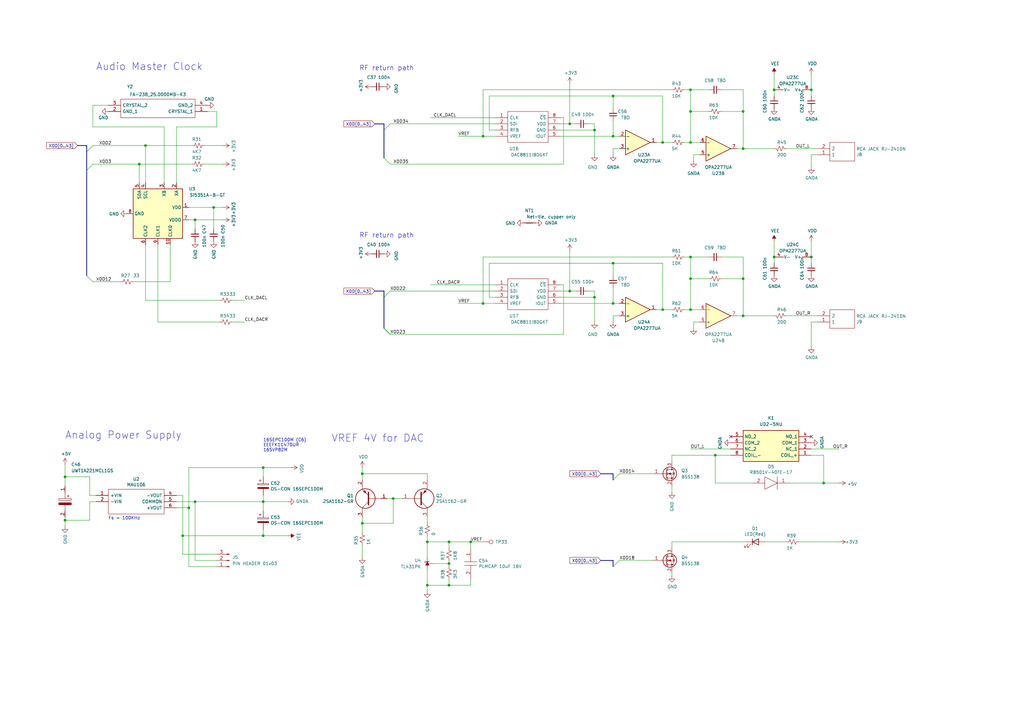
<source format=kicad_sch>
(kicad_sch (version 20230121) (generator eeschema)
  (paper "A3")
  (title_block (rev "2.0"))
  (junction (at 107.95 205.74))
  (junction (at 251.46 55.88))
  (junction (at 193.04 222.25))
  (junction (at 74.93 219.71))
  (junction (at 304.8 129.54))
  (junction (at 175.26 240.03))
  (junction (at 77.47 208.28))
  (junction (at 283.21 58.42))
  (junction (at 271.78 127))
  (junction (at 251.46 39.37))
  (junction (at 57.15 67.31))
  (junction (at 175.26 222.25))
  (junction (at 317.5 105.41))
  (junction (at 332.74 36.83))
  (junction (at 26.67 195.58))
  (junction (at 304.8 114.3))
  (junction (at 59.69 59.69))
  (junction (at 251.46 107.95))
  (junction (at 107.95 191.77))
  (junction (at 243.84 53.34))
  (junction (at 80.01 90.17))
  (junction (at 251.46 124.46))
  (junction (at 283.21 114.3))
  (junction (at 107.95 219.71))
  (junction (at 184.15 222.25))
  (junction (at 332.74 105.41))
  (junction (at 184.15 240.03))
  (junction (at 293.37 186.69))
  (junction (at 304.8 45.72))
  (junction (at 148.59 214.63))
  (junction (at 283.21 36.83))
  (junction (at 80.01 205.74))
  (junction (at 317.5 36.83))
  (junction (at 233.68 119.38))
  (junction (at 283.21 45.72))
  (junction (at 243.84 121.92))
  (junction (at 283.21 105.41))
  (junction (at 26.67 213.36))
  (junction (at 283.21 127))
  (junction (at 198.12 124.46))
  (junction (at 198.12 55.88))
  (junction (at 184.15 231.14))
  (junction (at 161.29 204.47))
  (junction (at 233.68 50.8))
  (junction (at 337.82 198.12))
  (junction (at 304.8 60.96))
  (junction (at 271.78 58.42))
  (junction (at 87.63 85.09))
  (junction (at 148.59 194.31))
  (no_connect (at 299.72 179.07))
  (no_connect (at 332.74 179.07))
  (bus_entry (at 160.02 67.31) (size -2.54 -2.54))
  (bus_entry (at 251.46 196.85) (size 2.54 -2.54))
  (bus_entry (at 35.56 69.85) (size 2.54 -2.54))
  (bus_entry (at 35.56 62.23) (size 2.54 -2.54))
  (bus_entry (at 160.02 137.16) (size -2.54 -2.54))
  (bus_entry (at 157.48 134.62) (size 2.54 2.54))
  (bus_entry (at 157.48 121.92) (size 2.54 -2.54))
  (bus_entry (at 160.02 50.8) (size -2.54 2.54))
  (bus_entry (at 254 229.87) (size -2.54 2.54))
  (bus_entry (at 35.56 113.03) (size 2.54 2.54))
  (wire (pts (xy 283.21 45.72) (xy 290.83 45.72)))
  (wire (pts (xy 332.74 105.41) (xy 332.74 107.95)))
  (wire (pts (xy 283.21 114.3) (xy 283.21 127)))
  (wire (pts (xy 251.46 49.53) (xy 251.46 55.88)))
  (wire (pts (xy 203.2 124.46) (xy 198.12 124.46)))
  (bus (pts (xy 251.46 229.87) (xy 246.38 229.87)))
  (wire (pts (xy 148.59 214.63) (xy 148.59 218.44)))
  (wire (pts (xy 233.68 119.38) (xy 236.22 119.38)))
  (wire (pts (xy 59.69 123.19) (xy 59.69 100.33)))
  (wire (pts (xy 203.2 53.34) (xy 200.66 53.34)))
  (wire (pts (xy 251.46 107.95) (xy 271.78 107.95)))
  (wire (pts (xy 332.74 30.48) (xy 332.74 36.83)))
  (bus (pts (xy 153.67 50.8) (xy 157.48 50.8)))
  (bus (pts (xy 157.48 50.8) (xy 157.48 53.34)))
  (wire (pts (xy 251.46 63.5) (xy 251.46 60.96)))
  (wire (pts (xy 57.15 67.31) (xy 57.15 74.93)))
  (wire (pts (xy 26.67 212.09) (xy 26.67 213.36)))
  (wire (pts (xy 284.48 132.08) (xy 287.02 132.08)))
  (wire (pts (xy 26.67 195.58) (xy 36.83 195.58)))
  (wire (pts (xy 107.95 209.55) (xy 107.95 205.74)))
  (wire (pts (xy 64.77 132.08) (xy 90.17 132.08)))
  (wire (pts (xy 91.44 67.31) (xy 83.82 67.31)))
  (wire (pts (xy 187.96 55.88) (xy 198.12 55.88)))
  (wire (pts (xy 317.5 30.48) (xy 317.5 36.83)))
  (bus (pts (xy 251.46 194.31) (xy 251.46 196.85)))
  (wire (pts (xy 91.44 59.69) (xy 83.82 59.69)))
  (wire (pts (xy 72.39 203.2) (xy 74.93 203.2)))
  (wire (pts (xy 332.74 186.69) (xy 337.82 186.69)))
  (wire (pts (xy 193.04 222.25) (xy 184.15 222.25)))
  (wire (pts (xy 283.21 36.83) (xy 283.21 45.72)))
  (wire (pts (xy 335.28 132.08) (xy 332.74 132.08)))
  (wire (pts (xy 95.25 123.19) (xy 100.33 123.19)))
  (wire (pts (xy 233.68 34.29) (xy 233.68 50.8)))
  (wire (pts (xy 107.95 191.77) (xy 119.38 191.77)))
  (wire (pts (xy 203.2 116.84) (xy 176.53 116.84)))
  (wire (pts (xy 175.26 212.09) (xy 175.26 214.63)))
  (wire (pts (xy 78.74 59.69) (xy 59.69 59.69)))
  (wire (pts (xy 175.26 219.71) (xy 175.26 222.25)))
  (wire (pts (xy 91.44 90.17) (xy 80.01 90.17)))
  (wire (pts (xy 241.3 119.38) (xy 243.84 119.38)))
  (wire (pts (xy 271.78 107.95) (xy 271.78 127)))
  (wire (pts (xy 233.68 102.87) (xy 233.68 119.38)))
  (wire (pts (xy 241.3 50.8) (xy 243.84 50.8)))
  (wire (pts (xy 323.85 198.12) (xy 337.82 198.12)))
  (wire (pts (xy 283.21 114.3) (xy 290.83 114.3)))
  (wire (pts (xy 200.66 53.34) (xy 200.66 39.37)))
  (bus (pts (xy 157.48 53.34) (xy 157.48 64.77)))
  (wire (pts (xy 184.15 222.25) (xy 175.26 222.25)))
  (wire (pts (xy 57.15 67.31) (xy 78.74 67.31)))
  (wire (pts (xy 254 194.31) (xy 267.97 194.31)))
  (wire (pts (xy 160.02 67.31) (xy 231.14 67.31)))
  (wire (pts (xy 317.5 99.06) (xy 317.5 105.41)))
  (wire (pts (xy 304.8 45.72) (xy 304.8 60.96)))
  (wire (pts (xy 161.29 204.47) (xy 161.29 214.63)))
  (wire (pts (xy 283.21 127) (xy 287.02 127)))
  (wire (pts (xy 299.72 184.15) (xy 283.21 184.15)))
  (wire (pts (xy 251.46 55.88) (xy 254 55.88)))
  (wire (pts (xy 251.46 107.95) (xy 251.46 113.03)))
  (wire (pts (xy 74.93 219.71) (xy 74.93 227.33)))
  (wire (pts (xy 184.15 231.14) (xy 184.15 232.41)))
  (wire (pts (xy 148.59 212.09) (xy 148.59 214.63)))
  (wire (pts (xy 77.47 232.41) (xy 88.9 232.41)))
  (wire (pts (xy 198.12 36.83) (xy 275.59 36.83)))
  (wire (pts (xy 304.8 60.96) (xy 317.5 60.96)))
  (wire (pts (xy 193.04 222.25) (xy 198.12 222.25)))
  (wire (pts (xy 243.84 121.92) (xy 243.84 132.08)))
  (wire (pts (xy 200.66 39.37) (xy 251.46 39.37)))
  (wire (pts (xy 304.8 45.72) (xy 295.91 45.72)))
  (wire (pts (xy 160.02 119.38) (xy 203.2 119.38)))
  (wire (pts (xy 229.87 121.92) (xy 243.84 121.92)))
  (wire (pts (xy 304.8 36.83) (xy 304.8 45.72)))
  (wire (pts (xy 26.67 213.36) (xy 26.67 215.9)))
  (wire (pts (xy 74.93 219.71) (xy 107.95 219.71)))
  (wire (pts (xy 332.74 99.06) (xy 332.74 105.41)))
  (wire (pts (xy 148.59 196.85) (xy 148.59 194.31)))
  (wire (pts (xy 335.28 129.54) (xy 322.58 129.54)))
  (wire (pts (xy 72.39 208.28) (xy 77.47 208.28)))
  (wire (pts (xy 77.47 208.28) (xy 77.47 232.41)))
  (bus (pts (xy 35.56 62.23) (xy 35.56 69.85)))
  (wire (pts (xy 184.15 231.14) (xy 177.8 231.14)))
  (wire (pts (xy 59.69 59.69) (xy 59.69 74.93)))
  (wire (pts (xy 229.87 48.26) (xy 231.14 48.26)))
  (wire (pts (xy 74.93 227.33) (xy 88.9 227.33)))
  (wire (pts (xy 304.8 114.3) (xy 304.8 129.54)))
  (wire (pts (xy 251.46 132.08) (xy 251.46 129.54)))
  (wire (pts (xy 275.59 236.22) (xy 275.59 234.95)))
  (wire (pts (xy 77.47 208.28) (xy 77.47 191.77)))
  (wire (pts (xy 38.1 43.18) (xy 38.1 52.07)))
  (wire (pts (xy 184.15 237.49) (xy 184.15 240.03)))
  (wire (pts (xy 107.95 205.74) (xy 107.95 203.2)))
  (wire (pts (xy 302.26 129.54) (xy 304.8 129.54)))
  (wire (pts (xy 251.46 39.37) (xy 251.46 44.45)))
  (wire (pts (xy 280.67 127) (xy 283.21 127)))
  (wire (pts (xy 38.1 43.18) (xy 44.45 43.18)))
  (wire (pts (xy 254 229.87) (xy 267.97 229.87)))
  (wire (pts (xy 87.63 93.98) (xy 87.63 85.09)))
  (wire (pts (xy 184.15 224.79) (xy 184.15 222.25)))
  (wire (pts (xy 107.95 219.71) (xy 107.95 217.17)))
  (wire (pts (xy 26.67 195.58) (xy 26.67 199.39)))
  (wire (pts (xy 161.29 204.47) (xy 165.1 204.47)))
  (wire (pts (xy 251.46 39.37) (xy 271.78 39.37)))
  (wire (pts (xy 295.91 36.83) (xy 304.8 36.83)))
  (wire (pts (xy 74.93 203.2) (xy 74.93 219.71)))
  (wire (pts (xy 229.87 124.46) (xy 251.46 124.46)))
  (wire (pts (xy 243.84 53.34) (xy 243.84 63.5)))
  (wire (pts (xy 275.59 222.25) (xy 306.07 222.25)))
  (wire (pts (xy 344.17 222.25) (xy 327.66 222.25)))
  (bus (pts (xy 157.48 119.38) (xy 153.67 119.38)))
  (wire (pts (xy 38.1 115.57) (xy 49.53 115.57)))
  (wire (pts (xy 107.95 219.71) (xy 118.11 219.71)))
  (wire (pts (xy 275.59 186.69) (xy 293.37 186.69)))
  (wire (pts (xy 80.01 90.17) (xy 80.01 93.98)))
  (wire (pts (xy 304.8 105.41) (xy 304.8 114.3)))
  (wire (pts (xy 80.01 229.87) (xy 80.01 205.74)))
  (wire (pts (xy 251.46 124.46) (xy 254 124.46)))
  (bus (pts (xy 35.56 69.85) (xy 35.56 113.03)))
  (wire (pts (xy 158.75 204.47) (xy 161.29 204.47)))
  (wire (pts (xy 88.9 45.72) (xy 88.9 52.07)))
  (wire (pts (xy 148.59 194.31) (xy 175.26 194.31)))
  (wire (pts (xy 88.9 229.87) (xy 80.01 229.87)))
  (wire (pts (xy 72.39 52.07) (xy 88.9 52.07)))
  (wire (pts (xy 231.14 116.84) (xy 231.14 137.16)))
  (wire (pts (xy 233.68 50.8) (xy 236.22 50.8)))
  (wire (pts (xy 26.67 213.36) (xy 36.83 213.36)))
  (wire (pts (xy 38.1 67.31) (xy 57.15 67.31)))
  (wire (pts (xy 284.48 134.62) (xy 284.48 132.08)))
  (wire (pts (xy 36.83 195.58) (xy 36.83 203.2)))
  (wire (pts (xy 280.67 36.83) (xy 283.21 36.83)))
  (wire (pts (xy 322.58 222.25) (xy 313.69 222.25)))
  (wire (pts (xy 176.53 48.26) (xy 203.2 48.26)))
  (wire (pts (xy 251.46 60.96) (xy 254 60.96)))
  (wire (pts (xy 198.12 124.46) (xy 198.12 105.41)))
  (wire (pts (xy 193.04 237.49) (xy 193.04 240.03)))
  (wire (pts (xy 107.95 205.74) (xy 118.11 205.74)))
  (wire (pts (xy 64.77 100.33) (xy 64.77 132.08)))
  (wire (pts (xy 160.02 137.16) (xy 231.14 137.16)))
  (wire (pts (xy 283.21 45.72) (xy 283.21 58.42)))
  (wire (pts (xy 332.74 132.08) (xy 332.74 142.24)))
  (wire (pts (xy 38.1 52.07) (xy 67.31 52.07)))
  (wire (pts (xy 175.26 240.03) (xy 175.26 242.57)))
  (wire (pts (xy 107.95 191.77) (xy 107.95 195.58)))
  (wire (pts (xy 175.26 240.03) (xy 184.15 240.03)))
  (wire (pts (xy 161.29 214.63) (xy 148.59 214.63)))
  (wire (pts (xy 229.87 55.88) (xy 251.46 55.88)))
  (wire (pts (xy 231.14 48.26) (xy 231.14 67.31)))
  (bus (pts (xy 251.46 229.87) (xy 251.46 232.41)))
  (wire (pts (xy 271.78 127) (xy 275.59 127)))
  (wire (pts (xy 243.84 53.34) (xy 243.84 50.8)))
  (wire (pts (xy 200.66 121.92) (xy 200.66 107.95)))
  (wire (pts (xy 87.63 85.09) (xy 77.47 85.09)))
  (wire (pts (xy 72.39 74.93) (xy 72.39 52.07)))
  (wire (pts (xy 200.66 121.92) (xy 203.2 121.92)))
  (wire (pts (xy 271.78 58.42) (xy 269.24 58.42)))
  (bus (pts (xy 31.75 59.69) (xy 35.56 59.69)))
  (wire (pts (xy 293.37 198.12) (xy 293.37 186.69)))
  (wire (pts (xy 295.91 105.41) (xy 304.8 105.41)))
  (wire (pts (xy 251.46 129.54) (xy 254 129.54)))
  (wire (pts (xy 69.85 100.33) (xy 69.85 115.57)))
  (wire (pts (xy 148.59 191.77) (xy 148.59 194.31)))
  (wire (pts (xy 280.67 105.41) (xy 283.21 105.41)))
  (wire (pts (xy 36.83 203.2) (xy 39.37 203.2)))
  (wire (pts (xy 332.74 36.83) (xy 332.74 39.37)))
  (wire (pts (xy 229.87 119.38) (xy 233.68 119.38)))
  (bus (pts (xy 157.48 121.92) (xy 157.48 134.62)))
  (wire (pts (xy 175.26 233.68) (xy 175.26 240.03)))
  (wire (pts (xy 67.31 52.07) (xy 67.31 74.93)))
  (wire (pts (xy 304.8 114.3) (xy 295.91 114.3)))
  (wire (pts (xy 198.12 105.41) (xy 275.59 105.41)))
  (wire (pts (xy 284.48 66.04) (xy 284.48 63.5)))
  (wire (pts (xy 283.21 105.41) (xy 283.21 114.3)))
  (wire (pts (xy 283.21 58.42) (xy 287.02 58.42)))
  (wire (pts (xy 290.83 105.41) (xy 283.21 105.41)))
  (wire (pts (xy 203.2 55.88) (xy 198.12 55.88)))
  (wire (pts (xy 271.78 39.37) (xy 271.78 58.42)))
  (wire (pts (xy 200.66 107.95) (xy 251.46 107.95)))
  (wire (pts (xy 193.04 240.03) (xy 184.15 240.03)))
  (wire (pts (xy 322.58 60.96) (xy 335.28 60.96)))
  (wire (pts (xy 184.15 229.87) (xy 184.15 231.14)))
  (wire (pts (xy 187.96 124.46) (xy 198.12 124.46)))
  (wire (pts (xy 36.83 205.74) (xy 36.83 213.36)))
  (wire (pts (xy 293.37 198.12) (xy 308.61 198.12)))
  (wire (pts (xy 271.78 58.42) (xy 275.59 58.42)))
  (wire (pts (xy 332.74 184.15) (xy 344.17 184.15)))
  (bus (pts (xy 35.56 59.69) (xy 35.56 62.23)))
  (wire (pts (xy 302.26 60.96) (xy 304.8 60.96)))
  (wire (pts (xy 91.44 85.09) (xy 87.63 85.09)))
  (wire (pts (xy 293.37 186.69) (xy 299.72 186.69)))
  (wire (pts (xy 229.87 50.8) (xy 233.68 50.8)))
  (wire (pts (xy 39.37 205.74) (xy 36.83 205.74)))
  (bus (pts (xy 251.46 194.31) (xy 246.38 194.31)))
  (wire (pts (xy 317.5 36.83) (xy 317.5 39.37)))
  (wire (pts (xy 280.67 58.42) (xy 283.21 58.42)))
  (wire (pts (xy 229.87 53.34) (xy 243.84 53.34)))
  (wire (pts (xy 335.28 63.5) (xy 332.74 63.5)))
  (wire (pts (xy 193.04 224.79) (xy 193.04 222.25)))
  (wire (pts (xy 243.84 121.92) (xy 243.84 119.38)))
  (wire (pts (xy 337.82 186.69) (xy 337.82 198.12)))
  (wire (pts (xy 175.26 222.25) (xy 175.26 228.6)))
  (wire (pts (xy 332.74 63.5) (xy 332.74 68.58)))
  (wire (pts (xy 85.09 45.72) (xy 88.9 45.72)))
  (wire (pts (xy 59.69 123.19) (xy 90.17 123.19)))
  (wire (pts (xy 95.25 132.08) (xy 100.33 132.08)))
  (wire (pts (xy 148.59 223.52) (xy 148.59 228.6)))
  (wire (pts (xy 344.17 198.12) (xy 337.82 198.12)))
  (wire (pts (xy 317.5 105.41) (xy 317.5 107.95)))
  (wire (pts (xy 77.47 90.17) (xy 80.01 90.17)))
  (wire (pts (xy 275.59 224.79) (xy 275.59 222.25)))
  (wire (pts (xy 251.46 118.11) (xy 251.46 124.46)))
  (wire (pts (xy 26.67 190.5) (xy 26.67 195.58)))
  (bus (pts (xy 157.48 119.38) (xy 157.48 121.92)))
  (wire (pts (xy 77.47 191.77) (xy 107.95 191.77)))
  (wire (pts (xy 175.26 194.31) (xy 175.26 196.85)))
  (wire (pts (xy 290.83 36.83) (xy 283.21 36.83)))
  (wire (pts (xy 38.1 59.69) (xy 59.69 59.69)))
  (wire (pts (xy 72.39 205.74) (xy 80.01 205.74)))
  (wire (pts (xy 275.59 186.69) (xy 275.59 189.23)))
  (wire (pts (xy 229.87 116.84) (xy 231.14 116.84)))
  (wire (pts (xy 54.61 115.57) (xy 69.85 115.57)))
  (wire (pts (xy 271.78 127) (xy 269.24 127)))
  (wire (pts (xy 80.01 205.74) (xy 107.95 205.74)))
  (wire (pts (xy 160.02 50.8) (xy 203.2 50.8)))
  (wire (pts (xy 275.59 199.39) (xy 275.59 201.93)))
  (wire (pts (xy 198.12 55.88) (xy 198.12 36.83)))
  (wire (pts (xy 304.8 129.54) (xy 317.5 129.54)))
  (wire (pts (xy 284.48 63.5) (xy 287.02 63.5)))
  (text "Fs = 100KHz" (at 44.45 213.36 0) (effects (font (size 1.27 1.27)) (justify left bottom)))
  (text "RF return path" (at 147.32 97.79 0) (effects (font (size 2 2)) (justify left bottom)))
  (text "VREF 4V for DAC" (at 135.89 181.61 0) (effects (font (size 2.9972 2.9972)) (justify left bottom)))
  (text "16SEPC100M (C6)\nEEEFK1C470UR\n16SVP82M\n" (at 107.95 185.42 0) (effects (font (size 1.27 1.27)) (justify left bottom)))
  (text "Analog Power Supply" (at 26.67 180.34 0) (effects (font (size 2.9972 2.9972)) (justify left bottom)))
  (text "Audio Master Clock" (at 39.37 29.21 0) (effects (font (size 2.9972 2.9972)) (justify left bottom)))
  (text "RF return path" (at 147.32 29.21 0) (effects (font (size 2 2)) (justify left bottom)))
  (label "X0D3" (at 45.72 67.31 180))
  (label "VREF" (at 193.04 222.25 0))
  (label "OUT_R" (at 341.63 184.15 0))
  (label "X0D14" (at 254 194.31 0))
  (label "OUT_L" (at 283.21 184.15 0))
  (label "X0D23" (at 160.02 137.16 0))
  (label "VREF" (at 187.96 124.46 0))
  (label "X0D12" (at 39.37 115.57 0))
  (label "X0D18" (at 260.35 229.87 180))
  (label "CLK_DACL" (at 177.8 48.26 0))
  (label "CLK_DACR" (at 100.33 132.08 0))
  (label "OUT_L" (at 326.39 60.96 0))
  (label "X0D35" (at 161.29 67.31 0))
  (label "X0D2" (at 45.72 59.69 180))
  (label "OUT_R" (at 326.39 129.54 0))
  (label "CLK_DACR" (at 179.07 116.84 0))
  (label "VREF" (at 187.96 55.88 0))
  (label "CLK_DACL" (at 100.33 123.19 0))
  (label "X0D34" (at 161.29 50.8 0))
  (label "X0D22" (at 160.02 119.38 0))
  (global_label "X0D[0..43]" (shape input) (at 153.67 119.38 180) (property "Intersheetrefs" "${INTERSHEET_REFS}" (effects hide)))
  (global_label "X0D[0..43]" (shape input) (at 246.38 229.87 180) (property "Intersheetrefs" "${INTERSHEET_REFS}" (effects hide)))
  (global_label "X0D[0..43]" (shape input) (at 153.67 50.8 180) (property "Intersheetrefs" "${INTERSHEET_REFS}" (effects hide)))
  (global_label "X0D[0..43]" (shape input) (at 246.38 194.31 180) (property "Intersheetrefs" "${INTERSHEET_REFS}" (effects hide)))
  (global_label "X0D[0..43]" (shape input) (at 31.75 59.69 180) (property "Intersheetrefs" "${INTERSHEET_REFS}" (effects hide)))
  (symbol (lib_id "Device:C_Small") (at 238.76 50.8 270) (unit 1)
    (property "Reference" "C49" (at 236.22 46.99 90))
    (property "Value" "100n" (at 241.3 46.99 90))
    (property "Footprint" "Capacitor_SMD:C_0603_1608Metric_Pad1.08x0.95mm_HandSolder" (effects hide))
  )
  (symbol (lib_id "power:+3V3") (at 233.68 34.29 0) (unit 1)
    (property "Reference" "#PWR0141" (effects hide))
    (property "Value" "+3V3" (at 234.061 29.8958 0))
  )
  (symbol (lib_id "power:GND") (at 243.84 63.5 0) (unit 1)
    (property "Reference" "#PWR0145" (effects hide))
    (property "Value" "GND" (at 245.11 68.58 0) (effects (justify right)))
  )
  (symbol (lib_id "power:GND") (at 52.07 87.63 270) (unit 1)
    (property "Reference" "#PWR0110" (effects hide))
    (property "Value" "GND" (at 48.8188 87.757 90) (effects (justify right)))
  )
  (symbol (lib_id "Device:C_Small") (at 80.01 96.52 180) (unit 1)
    (property "Reference" "C47" (at 83.82 93.98 90))
    (property "Value" "100n" (at 83.82 99.06 90))
    (property "Footprint" "Capacitor_SMD:C_0603_1608Metric_Pad1.08x0.95mm_HandSolder" (effects hide))
  )
  (symbol (lib_id "power:GND") (at 80.01 99.06 0) (unit 1)
    (property "Reference" "#PWR0111" (effects hide))
    (property "Value" "GND" (at 80.137 102.3112 90) (effects (justify right)))
  )
  (symbol (lib_id "power:+3V3") (at 91.44 85.09 270) (unit 1)
    (property "Reference" "#PWR0112" (effects hide))
    (property "Value" "+3V3" (at 95.8342 85.471 0))
  )
  (symbol (lib_id "power:+3V3") (at 91.44 90.17 270) (unit 1)
    (property "Reference" "#PWR0113" (effects hide))
    (property "Value" "+3V3" (at 95.8342 90.551 0))
  )
  (symbol (lib_id "Device:R_Small_US") (at 81.28 59.69 270) (unit 1)
    (property "Reference" "R31" (at 78.74 57.15 90) (effects (justify left)))
    (property "Value" "4K7" (at 78.74 62.23 90) (effects (justify left)))
    (property "Footprint" "Resistor_SMD:R_0603_1608Metric_Pad0.98x0.95mm_HandSolder" (effects hide))
  )
  (symbol (lib_id "Device:R_Small_US") (at 81.28 67.31 270) (unit 1)
    (property "Reference" "R32" (at 78.74 64.77 90) (effects (justify left)))
    (property "Value" "4K7" (at 78.74 69.85 90) (effects (justify left)))
    (property "Footprint" "Resistor_SMD:R_0603_1608Metric_Pad0.98x0.95mm_HandSolder" (effects hide))
  )
  (symbol (lib_id "power:GND") (at 85.09 43.18 90) (unit 1)
    (property "Reference" "#PWR0114" (effects hide))
    (property "Value" "GND" (at 83.82 40.64 90) (effects (justify right)))
  )
  (symbol (lib_id "Device:C_Small") (at 87.63 96.52 180) (unit 1)
    (property "Reference" "C50" (at 91.44 93.98 90))
    (property "Value" "100n" (at 91.44 99.06 90))
    (property "Footprint" "Capacitor_SMD:C_0603_1608Metric_Pad1.08x0.95mm_HandSolder" (effects hide))
  )
  (symbol (lib_id "power:+3V3") (at 91.44 59.69 270) (unit 1)
    (property "Reference" "#PWR0115" (effects hide))
    (property "Value" "+3V3" (at 95.8342 60.071 0))
  )
  (symbol (lib_id "power:+3V3") (at 91.44 67.31 270) (unit 1)
    (property "Reference" "#PWR0116" (effects hide))
    (property "Value" "+3V3" (at 95.8342 67.691 0))
  )
  (symbol (lib_id "power:GNDA") (at 332.74 68.58 0) (unit 1)
    (property "Reference" "#PWR0156" (effects hide))
    (property "Value" "GNDA" (at 332.867 72.9742 0))
  )
  (symbol (lib_id "power:GNDA") (at 219.71 91.44 90) (unit 1)
    (property "Reference" "#PWR0159" (effects hide))
    (property "Value" "GNDA" (at 226.06 91.44 90))
  )
  (symbol (lib_id "power:GND") (at 214.63 91.44 270) (unit 1)
    (property "Reference" "#PWR0160" (effects hide))
    (property "Value" "GND" (at 211.3788 91.567 90) (effects (justify right)))
  )
  (symbol (lib_id "xSSDAC:RB501V-40TE-17") (at 323.85 198.12 180) (unit 1)
    (property "Reference" "D5" (at 316.23 191.389 0))
    (property "Value" "RB501V-40TE-17" (at 316.23 193.7004 0))
    (property "Footprint" "pretty:SODFL2512X90N" (effects hide))
    (property "Datasheet" "http://rohmfs.rohm.com/en/products/databook/datasheet/discrete/diode/schottky_barrier/rb501vm-40te-17-e.pdf" (effects hide))
    (property "Description" "RB501V-40 Series 45 V 30 uA Surface Mount Schottky Barrier Diode - SOD-323" (effects hide))
    (property "Height" "0.9" (effects hide))
    (property "Manufacturer_Name" "ROHM Semiconductor" (effects hide))
    (property "Manufacturer_Part_Number" "RB501V-40TE-17" (effects hide))
    (property "Mouser Part Number" "755-RB501V-40TE-17" (effects hide))
    (property "Mouser Price/Stock" "https://www.mouser.com/Search/Refine.aspx?Keyword=755-RB501V-40TE-17" (effects hide))
    (property "RS Part Number" "6404666" (effects hide))
    (property "RS Price/Stock" "http://uk.rs-online.com/web/p/products/6404666" (effects hide))
  )
  (symbol (lib_id "power:GNDA") (at 332.74 181.61 90) (unit 1)
    (property "Reference" "#PWR0130" (effects hide))
    (property "Value" "GNDA" (at 337.1342 181.483 0))
  )
  (symbol (lib_id "power:GNDA") (at 299.72 181.61 270) (unit 1)
    (property "Reference" "#PWR0131" (effects hide))
    (property "Value" "GNDA" (at 295.3258 181.737 0))
  )
  (symbol (lib_id "power:+5V") (at 344.17 198.12 270) (unit 1)
    (property "Reference" "#PWR0132" (effects hide))
    (property "Value" "+5V" (at 347.4212 198.501 90) (effects (justify left)))
  )
  (symbol (lib_id "xSSDAC:FA-238_25.0000MB-K3-FA-238_25.0000MB-K3") (at 85.09 43.18 0) (mirror y) (unit 1)
    (property "Reference" "Y2" (at 53.34 35.56 0))
    (property "Value" "FA-238_25.0000MB-K3" (at 64.77 38.7604 0))
    (property "Footprint" "pretty:EPSON-FA-238" (effects hide))
    (property "Datasheet" "https://componentsearchengine.com/Datasheets/1/FA-238 25.0000MB-K3.pdf" (effects hide))
    (property "Description" "Crystals 25MHz 50ppm 10pF -20C +70C" (effects hide))
    (property "Manufacturer_Name" "Epson Timing" (effects hide))
    (property "Manufacturer_Part_Number" "FA-238 25.0000MB-K3" (effects hide))
    (property "Mouser Part Number" "732-FA238-25B-K3" (effects hide))
    (property "Mouser Price/Stock" "https://www.mouser.com/Search/Refine.aspx?Keyword=732-FA238-25B-K3" (effects hide))
  )
  (symbol (lib_id "Oscillator:Si5351A-B-GT") (at 64.77 87.63 270) (unit 1)
    (property "Reference" "U3" (at 78.74 77.47 90))
    (property "Value" "Si5351A-B-GT" (at 85.09 80.01 90))
    (property "Footprint" "pretty:SOP50P490X110-10N" (effects hide))
    (property "Datasheet" "https://www.silabs.com/documents/public/data-sheets/Si5351-B.pdf" (effects hide))
    (property "Manufacturer_Name" "Silicon Laboratories " (effects hide))
    (property "Manufacturer_Part_Number" "Si5351A-B-GT" (effects hide))
  )
  (symbol (lib_id "power:GND") (at 44.45 45.72 270) (unit 1)
    (property "Reference" "#PWR0108" (effects hide))
    (property "Value" "GND" (at 44.45 48.26 90) (effects (justify right)))
  )
  (symbol (lib_id "power:GND") (at 87.63 99.06 0) (unit 1)
    (property "Reference" "#PWR0109" (effects hide))
    (property "Value" "GND" (at 87.757 102.3112 90) (effects (justify right)))
  )
  (symbol (lib_id "xSSDAC-rescue:RJ-2410N-SamacSys_Parts") (at 335.28 63.5 0) (mirror x) (unit 1)
    (property "Reference" "J8" (at 351.2312 63.3984 0) (effects (justify left)))
    (property "Value" "RCA JACK RJ-2410N" (at 351.2312 61.087 0) (effects (justify left)))
    (property "Footprint" "pretty:RJ2410N" (effects hide))
    (property "Datasheet" "http://akizukidenshi.com/download/RJ-2410N_R.pdf" (effects hide))
    (property "Description" "RCA Jack-P>C>B Mount, Red" (effects hide))
    (property "Height" "13.2" (effects hide))
    (property "Manufacturer_Name" "United Au-Vi" (effects hide))
    (property "Manufacturer_Part_Number" "RJ-2410N" (effects hide))
  )
  (symbol (lib_id "power:GNDA") (at 332.74 142.24 0) (unit 1)
    (property "Reference" "#PWR0155" (effects hide))
    (property "Value" "GNDA" (at 332.867 146.6342 0))
  )
  (symbol (lib_id "xSSDAC-rescue:RJ-2410N-SamacSys_Parts") (at 335.28 132.08 0) (mirror x) (unit 1)
    (property "Reference" "J9" (at 351.2312 131.9784 0) (effects (justify left)))
    (property "Value" "RCA JACK RJ-2410N" (at 351.2312 129.667 0) (effects (justify left)))
    (property "Footprint" "pretty:RJ2410N" (effects hide))
    (property "Datasheet" "http://akizukidenshi.com/download/RJ-2410N_R.pdf" (effects hide))
    (property "Description" "RCA Jack-P>C>B Mount, Red" (effects hide))
    (property "Height" "13.2" (effects hide))
    (property "Manufacturer_Name" "United Au-Vi" (effects hide))
    (property "Manufacturer_Part_Number" "RJ-2410N" (effects hide))
  )
  (symbol (lib_id "xSSDAC:UWT1A221MCL1GS-UWT1A221MCL1GS") (at 26.67 199.39 270) (unit 1)
    (property "Reference" "C46" (at 29.21 190.5 90) (effects (justify left)))
    (property "Value" "UWT1A221MCL1GS" (at 29.21 193.04 90) (effects (justify left)))
    (property "Footprint" "Capacitors_SMD:CP_Elec_6.3x7.7" (effects hide))
    (property "Datasheet" "http://products.nichicon.co.jp/en/pdf/XJA043/e-wt.pdf" (effects hide))
    (property "Description" "NICHICON - UWT1A221MCL1GS - ALUMINUM ELECTROLYTIC CAPACITOR 220UF 10V 20%, SMD" (effects hide))
    (property "Manufacturer_Name" "Nichicon" (effects hide))
    (property "Manufacturer_Part_Number" "UWT1A221MCL1GS" (effects hide))
    (property "Mouser Part Number" "647-UWT1A221MCL1GS" (effects hide))
    (property "Mouser Price/Stock" "https://www.mouser.com/Search/Refine.aspx?Keyword=647-UWT1A221MCL1GS" (effects hide))
  )
  (symbol (lib_id "xSSDAC-rescue:CP-Device") (at 107.95 199.39 0) (unit 1)
    (property "Reference" "C52" (at 110.9472 198.2216 0) (effects (justify left)))
    (property "Value" "OS-CON 16SEPC100M" (at 110.9472 200.533 0) (effects (justify left)))
    (property "Footprint" "Capacitors_THT:CP_Radial_D6.3mm_P2.50mm" (effects hide))
    (property "Datasheet" "https://industrial.panasonic.com/cdbs/www-data/pdf/AAB8000/AAB8000C249.pdf" (effects hide))
    (property "Akizuki Price/Stock" "https://akizukidenshi.com/catalog/g/gP-08290/" (effects hide))
    (property "Manufacturer_Name" "Panasonic" (effects hide))
    (property "Manufacturer_Part_Number" "OS-CON 16SEPC100M" (effects hide))
  )
  (symbol (lib_id "xSSDAC-rescue:CP-Device") (at 107.95 213.36 0) (unit 1)
    (property "Reference" "C53" (at 110.9472 212.1916 0) (effects (justify left)))
    (property "Value" "OS-CON 16SEPC100M" (at 110.9472 214.503 0) (effects (justify left)))
    (property "Footprint" "Capacitors_THT:CP_Radial_D6.3mm_P2.50mm" (effects hide))
    (property "Datasheet" "https://industrial.panasonic.com/cdbs/www-data/pdf/AAB8000/AAB8000C249.pdf" (effects hide))
    (property "Akizuki Price/Stock" "https://akizukidenshi.com/catalog/g/gP-08290/" (effects hide))
    (property "Manufacturer_Name" "Panasonic" (effects hide))
    (property "Manufacturer_Part_Number" "OS-CON 16SEPC100M" (effects hide))
  )
  (symbol (lib_id "power:+5V") (at 26.67 190.5 0) (unit 1)
    (property "Reference" "#PWR0117" (effects hide))
    (property "Value" "+5V" (at 27.051 186.1058 0))
  )
  (symbol (lib_id "power:GND") (at 26.67 215.9 0) (unit 1)
    (property "Reference" "#PWR0118" (effects hide))
    (property "Value" "GND" (at 26.797 219.1512 90) (effects (justify right)))
  )
  (symbol (lib_id "power:GNDA") (at 118.11 205.74 90) (unit 1)
    (property "Reference" "#PWR0119" (effects hide))
    (property "Value" "GNDA" (at 121.3612 205.613 90) (effects (justify right)))
  )
  (symbol (lib_id "power:VEE") (at 118.11 219.71 270) (unit 1)
    (property "Reference" "#PWR0120" (effects hide))
    (property "Value" "VEE" (at 122.5042 220.1418 0))
  )
  (symbol (lib_id "power:VDD") (at 119.38 191.77 270) (unit 1)
    (property "Reference" "#PWR0121" (effects hide))
    (property "Value" "VDD" (at 123.7742 192.2018 0))
  )
  (symbol (lib_id "Device:C_Small") (at 317.5 41.91 0) (unit 1)
    (property "Reference" "C60" (at 313.69 44.45 90))
    (property "Value" "100n" (at 313.69 39.37 90))
    (property "Footprint" "Capacitor_SMD:C_0603_1608Metric_Pad1.08x0.95mm_HandSolder" (effects hide))
  )
  (symbol (lib_id "Device:C_Small") (at 332.74 41.91 0) (unit 1)
    (property "Reference" "C62" (at 328.93 44.45 90))
    (property "Value" "100n" (at 328.93 39.37 90))
    (property "Footprint" "Capacitor_SMD:C_0603_1608Metric_Pad1.08x0.95mm_HandSolder" (effects hide))
  )
  (symbol (lib_id "power:VDD") (at 332.74 30.48 0) (unit 1)
    (property "Reference" "#PWR0148" (effects hide))
    (property "Value" "VDD" (at 333.1718 26.0858 0))
  )
  (symbol (lib_id "power:VEE") (at 317.5 30.48 0) (unit 1)
    (property "Reference" "#PWR0149" (effects hide))
    (property "Value" "VEE" (at 317.9318 26.0858 0))
  )
  (symbol (lib_id "power:GNDA") (at 317.5 44.45 0) (unit 1)
    (property "Reference" "#PWR0150" (effects hide))
    (property "Value" "GNDA" (at 317.627 48.8442 0))
  )
  (symbol (lib_id "power:GNDA") (at 332.74 44.45 0) (unit 1)
    (property "Reference" "#PWR0151" (effects hide))
    (property "Value" "GNDA" (at 332.867 48.8442 0))
  )
  (symbol (lib_id "Device:R_Small_US") (at 52.07 115.57 270) (unit 1)
    (property "Reference" "R27" (at 49.53 113.03 90) (effects (justify left)))
    (property "Value" "33" (at 54.61 113.03 90) (effects (justify left)))
    (property "Footprint" "Resistor_SMD:R_0603_1608Metric_Pad0.98x0.95mm_HandSolder" (effects hide))
  )
  (symbol (lib_id "Device:R_Small_US") (at 92.71 132.08 270) (unit 1)
    (property "Reference" "R34" (at 90.17 129.54 90) (effects (justify left)))
    (property "Value" "33" (at 93.98 129.54 90) (effects (justify left)))
    (property "Footprint" "Resistor_SMD:R_0603_1608Metric_Pad0.98x0.95mm_HandSolder" (effects hide))
  )
  (symbol (lib_id "Device:R_Small_US") (at 92.71 123.19 270) (unit 1)
    (property "Reference" "R33" (at 90.17 120.65 90) (effects (justify left)))
    (property "Value" "33" (at 93.98 120.65 90) (effects (justify left)))
    (property "Footprint" "Resistor_SMD:R_0603_1608Metric_Pad0.98x0.95mm_HandSolder" (effects hide))
  )
  (symbol (lib_id "xSSDAC:MAU106") (at 39.37 203.2 0) (unit 1)
    (property "Reference" "U2" (at 55.88 196.469 0))
    (property "Value" "MAU106" (at 55.88 198.7804 0))
    (property "Footprint" "pretty:MAU109" (effects hide))
    (property "Datasheet" "http://akizukidenshi.com/download/MAU106.pdf" (effects hide))
    (property "Description" "1W, Miniature SIP, Single & Dual Output DC/DC Converters" (effects hide))
    (property "Manufacturer_Name" "Minmax" (effects hide))
    (property "Manufacturer_Part_Number" "MAU106" (effects hide))
  )
  (symbol (lib_id "xSSDAC:2SA1162-GR_F_") (at 165.1 204.47 0) (mirror x) (unit 1)
    (property "Reference" "Q2" (at 178.7652 203.3016 0) (effects (justify left)))
    (property "Value" "2SA1162-GR" (at 178.7652 205.613 0) (effects (justify left)))
    (property "Footprint" "TO_SOT_Packages_SMD:SC-59" (effects hide))
    (property "Datasheet" "https://toshiba.semicon-storage.com/ap-en/product/bipolar-transistor/bipolar-transistor/detail.2SA1162.html" (effects hide))
    (property "Description" "Transistor Toshiba 2SA1162-GR(F) PNP Bipolar Transistor, 0.15 A, 50 V, 3-Pin SC-59" (effects hide))
    (property "Manufacturer_Name" "Toshiba" (effects hide))
    (property "Manufacturer_Part_Number" "2SA1162-GR(F)" (effects hide))
    (property "RS Part Number" "6011135" (effects hide))
    (property "RS Price/Stock" "http://uk.rs-online.com/web/p/products/6011135" (effects hide))
  )
  (symbol (lib_id "xSSDAC:2SA1162-GR_F_") (at 158.75 204.47 180) (unit 1)
    (property "Reference" "Q1" (at 145.0848 203.3016 0) (effects (justify left)))
    (property "Value" "2SA1162-GR" (at 145.0848 205.613 0) (effects (justify left)))
    (property "Footprint" "TO_SOT_Packages_SMD:SC-59" (effects hide))
    (property "Datasheet" "https://toshiba.semicon-storage.com/ap-en/product/bipolar-transistor/bipolar-transistor/detail.2SA1162.html" (effects hide))
    (property "Description" "Transistor Toshiba 2SA1162-GR(F) PNP Bipolar Transistor, 0.15 A, 50 V, 3-Pin SC-59" (effects hide))
    (property "Manufacturer_Name" "Toshiba" (effects hide))
    (property "Manufacturer_Part_Number" "2SA1162-GR(F)" (effects hide))
    (property "RS Part Number" "6011135" (effects hide))
    (property "RS Price/Stock" "http://uk.rs-online.com/web/p/products/6011135" (effects hide))
  )
  (symbol (lib_id "Device:R_Small_US") (at 175.26 217.17 0) (unit 1)
    (property "Reference" "R36" (at 172.72 219.71 90) (effects (justify left)))
    (property "Value" "0" (at 177.8 219.71 90) (effects (justify left)))
    (property "Footprint" "Resistor_SMD:R_0603_1608Metric_Pad0.98x0.95mm_HandSolder" (effects hide))
  )
  (symbol (lib_id "Device:R_Small_US") (at 148.59 220.98 0) (unit 1)
    (property "Reference" "R35" (at 146.05 223.52 90) (effects (justify left)))
    (property "Value" "1K" (at 151.13 223.52 90) (effects (justify left)))
    (property "Footprint" "Resistor_SMD:R_0603_1608Metric_Pad0.98x0.95mm_HandSolder" (effects hide))
  )
  (symbol (lib_id "power:VDD") (at 148.59 191.77 0) (unit 1)
    (property "Reference" "#PWR0123" (effects hide))
    (property "Value" "VDD" (at 149.0218 187.3758 0))
  )
  (symbol (lib_id "power:GNDA") (at 175.26 242.57 0) (unit 1)
    (property "Reference" "#PWR0124" (effects hide))
    (property "Value" "GNDA" (at 175.387 245.8212 90) (effects (justify right)))
  )
  (symbol (lib_id "xSSDAC:16MU106MC44532") (at 193.04 224.79 270) (unit 1)
    (property "Reference" "C54" (at 196.2912 229.9716 90) (effects (justify left)))
    (property "Value" "PLMCAP 10uF 16V" (at 196.2912 232.283 90) (effects (justify left)))
    (property "Footprint" "pretty:CAPC4532X280N" (effects hide))
    (property "Datasheet" "http://www.rubycon.co.jp/en/catalog/e_pdfs/pmlcap/e_mu.pdf" (effects hide))
    (property "Description" "16MU106MC44532" (effects hide))
    (property "Height" "2.8" (effects hide))
    (property "Manufacturer_Name" "Rubycon" (effects hide))
    (property "Manufacturer_Part_Number" "16MU106MC44532" (effects hide))
    (property "Mouser Part Number" "232-16MU106MC44532" (effects hide))
    (property "Mouser Price/Stock" "https://www.mouser.com/Search/Refine.aspx?Keyword=232-16MU106MC44532" (effects hide))
  )
  (symbol (lib_id "Device:R_Small_US") (at 184.15 227.33 0) (unit 1)
    (property "Reference" "R37" (at 181.61 229.87 90) (effects (justify left)))
    (property "Value" "1K8" (at 186.69 229.87 90) (effects (justify left)))
    (property "Footprint" "Resistor_SMD:R_0603_1608Metric_Pad0.98x0.95mm_HandSolder" (effects hide))
  )
  (symbol (lib_id "Device:R_Small_US") (at 184.15 234.95 0) (unit 1)
    (property "Reference" "R38" (at 181.61 237.49 90) (effects (justify left)))
    (property "Value" "3K3" (at 186.69 237.49 90) (effects (justify left)))
    (property "Footprint" "Resistor_SMD:R_0603_1608Metric_Pad0.98x0.95mm_HandSolder" (effects hide))
  )
  (symbol (lib_id "power:GNDA") (at 148.59 228.6 0) (unit 1)
    (property "Reference" "#PWR0125" (effects hide))
    (property "Value" "GNDA" (at 148.717 231.8512 90) (effects (justify right)))
  )
  (symbol (lib_id "Device:R_Small_US") (at 320.04 129.54 90) (mirror x) (unit 1)
    (property "Reference" "R46" (at 322.58 127 90) (effects (justify left)))
    (property "Value" "200" (at 322.58 132.08 90) (effects (justify left)))
    (property "Footprint" "Resistor_THT:R_Axial_DIN0204_L3.6mm_D1.6mm_P2.54mm_Vertical" (effects hide))
  )
  (symbol (lib_id "Device:R_Small_US") (at 320.04 60.96 90) (mirror x) (unit 1)
    (property "Reference" "R45" (at 322.58 58.42 90) (effects (justify left)))
    (property "Value" "200" (at 322.58 63.5 90) (effects (justify left)))
    (property "Footprint" "Resistor_THT:R_Axial_DIN0204_L3.6mm_D1.6mm_P2.54mm_Vertical" (effects hide))
  )
  (symbol (lib_id "power:GND") (at 275.59 201.93 0) (unit 1)
    (property "Reference" "#PWR0126" (effects hide))
    (property "Value" "GND" (at 275.59 205.74 90) (effects (justify right)))
  )
  (symbol (lib_id "power:VEE") (at 317.5 99.06 0) (unit 1)
    (property "Reference" "#PWR0138" (effects hide))
    (property "Value" "VEE" (at 317.9318 94.6658 0))
  )
  (symbol (lib_id "Device:R_Small_US") (at 293.37 114.3 90) (unit 1)
    (property "Reference" "R64" (at 294.64 111.76 90) (effects (justify left)))
    (property "Value" "10K" (at 294.64 116.84 90) (effects (justify left)))
    (property "Footprint" "Resistor_THT:R_Axial_DIN0204_L3.6mm_D1.6mm_P2.54mm_Vertical" (effects hide))
  )
  (symbol (lib_id "power:GNDA") (at 332.74 113.03 0) (unit 1)
    (property "Reference" "#PWR0144" (effects hide))
    (property "Value" "GNDA" (at 332.867 117.4242 0))
  )
  (symbol (lib_id "SamacSys_Parts:UD2-5NU") (at 332.74 186.69 180) (unit 1)
    (property "Reference" "K1" (at 316.23 171.45 0))
    (property "Value" "UD2-5NU" (at 316.23 173.99 0))
    (property "Footprint" "SamacSys:UD25NUN" (effects hide))
    (property "Datasheet" "https://content.kemet.com/datasheets/KEM_R7005_UC2_UD2.pdf" (effects hide))
    (property "Height" "6" (effects hide))
    (property "Manufacturer_Name" "KEMET" (effects hide))
    (property "Manufacturer_Part_Number" "UD2-5NU" (effects hide))
    (property "Mouser Part Number" "551-UD2-5NU" (effects hide))
    (property "Mouser Price/Stock" "https://www.mouser.co.uk/ProductDetail/KEMET/UD2-5NU?qs=c5n%252BvICFHObEWRNLE8QQOA%3D%3D" (effects hide))
    (property "Arrow Part Number" "UD2-5NU" (effects hide))
    (property "Arrow Price/Stock" "https://www.arrow.com/en/products/ud2-5nu/kemet-corporation?region=nac" (effects hide))
  )
  (symbol (lib_id "power:GNDA") (at 284.48 134.62 0) (unit 1)
    (property "Reference" "#PWR0154" (effects hide))
    (property "Value" "GNDA" (effects hide))
  )
  (symbol (lib_id "Amplifier_Operational:OPA2277") (at 294.64 129.54 0) (mirror x) (unit 2)
    (property "Reference" "U24" (at 294.64 139.7 0))
    (property "Value" "OPA2277UA" (at 294.64 137.16 0))
    (property "Footprint" "Package_SO:SOIC-8_3.9x4.9mm_P1.27mm" (effects hide))
    (property "Datasheet" "https://www.ti.com/lit/ds/symlink/opa2277.pdf" (effects hide))
    (property "Manufacturer_Name" "Texas Instruments" (effects hide))
    (property "Manufacturer_Part_Number" "OPA2277UA" (effects hide))
  )
  (symbol (lib_id "Amplifier_Operational:OPA2277") (at 261.62 58.42 0) (mirror x) (unit 1)
    (property "Reference" "U23" (at 264.16 63.5 0))
    (property "Value" "OPA2277UA" (at 265.43 66.04 0))
    (property "Footprint" "Package_SO:SOIC-8_3.9x4.9mm_P1.27mm" (effects hide))
    (property "Datasheet" "https://www.ti.com/lit/ds/symlink/opa2277.pdf" (effects hide))
    (property "Manufacturer_Name" "Texas Instruments" (effects hide))
    (property "Manufacturer_Part_Number" "OPA2277UA" (effects hide))
  )
  (symbol (lib_id "Transistor_FET:BSS138") (at 273.05 229.87 0) (unit 1)
    (property "Reference" "Q4" (at 279.4 228.6 0) (effects (justify left)))
    (property "Value" "BSS138" (at 279.4 231.14 0) (effects (justify left)))
    (property "Footprint" "Package_TO_SOT_SMD:SOT-23" (effects hide))
    (property "Datasheet" "https://www.onsemi.com/pub/Collateral/BSS138-D.PDF" (effects hide))
    (property "Manufacturer_Name" "BSS138" (effects hide))
    (property "Manufacturer_Part_Number" "BSS138" (effects hide))
    (instances (project "xSSDAC" (path "" (reference "Q4") (unit 1)) (path "" (reference "Q6") (unit 1))))
  )
  (symbol (lib_id "xSSDAC:DAC8811IBDGKT") (at 203.2 116.84 0) (unit 1)
    (property "Reference" "U17" (at 210.82 129.54 0))
    (property "Value" "DAC8811IBDGKT" (at 217.17 132.08 0))
    (property "Footprint" "Package_SO:TSSOP-8_3x3mm_P0.65mm" (effects hide))
    (property "Description" "Texas Instruments DAC8811IBDGKT, 16 bit Serial DAC, 3Msps, 8-Pin VSSOP" (effects hide))
    (property "Manufacturer_Name" "Texas Instruments" (effects hide))
    (property "Manufacturer_Part_Number" "DAC8811IBDGKT" (effects hide))
  )
  (symbol (lib_id "Device:C_Small") (at 332.74 110.49 0) (unit 1)
    (property "Reference" "C64" (at 328.93 113.03 90))
    (property "Value" "100n" (at 328.93 107.95 90))
    (property "Footprint" "Capacitor_SMD:C_0603_1608Metric_Pad1.08x0.95mm_HandSolder" (effects hide))
  )
  (symbol (lib_id "Device:C_Small") (at 317.5 110.49 0) (unit 1)
    (property "Reference" "C61" (at 313.69 113.03 90))
    (property "Value" "100n" (at 313.69 107.95 90))
    (property "Footprint" "Capacitor_SMD:C_0603_1608Metric_Pad1.08x0.95mm_HandSolder" (effects hide))
  )
  (symbol (lib_id "power:VDD") (at 332.74 99.06 0) (unit 1)
    (property "Reference" "#PWR0143" (effects hide))
    (property "Value" "VDD" (at 333.1718 94.6658 0))
  )
  (symbol (lib_id "Device:C_Small") (at 251.46 46.99 180) (unit 1)
    (property "Reference" "C56" (at 255.27 45.72 0))
    (property "Value" "TBD" (at 256.54 48.26 0))
    (property "Footprint" "Capacitor_THT:C_Rect_L4.0mm_W2.5mm_P2.50mm" (effects hide))
  )
  (symbol (lib_id "power:GNDA") (at 284.48 66.04 0) (unit 1)
    (property "Reference" "#PWR0153" (effects hide))
    (property "Value" "GNDA" (at 284.48 71.12 0))
  )
  (symbol (lib_id "Device:C_Small") (at 293.37 105.41 270) (unit 1)
    (property "Reference" "C59" (at 290.83 101.6 90))
    (property "Value" "TBD" (at 295.91 101.6 90))
    (property "Footprint" "Capacitor_THT:C_Rect_L4.0mm_W2.5mm_P2.50mm" (effects hide))
  )
  (symbol (lib_id "power:+3V3") (at 344.17 222.25 270) (unit 1)
    (property "Reference" "#PWR0139" (effects hide))
    (property "Value" "+3V3" (at 349.25 222.25 90))
    (instances (project "xSSDAC" (path "" (reference "#PWR0139") (unit 1)) (path "" (reference "#PWR0191") (unit 1))))
  )
  (symbol (lib_id "Amplifier_Operational:OPA2277") (at 261.62 127 0) (mirror x) (unit 1)
    (property "Reference" "U24" (at 264.16 132.08 0))
    (property "Value" "OPA2277UA" (at 265.43 134.62 0))
    (property "Footprint" "Package_SO:SOIC-8_3.9x4.9mm_P1.27mm" (effects hide))
    (property "Datasheet" "https://www.ti.com/lit/ds/symlink/opa2277.pdf" (effects hide))
    (property "Manufacturer_Name" "Texas Instruments" (effects hide))
    (property "Manufacturer_Part_Number" "OPA2277UA" (effects hide))
  )
  (symbol (lib_id "Amplifier_Operational:OPA2277") (at 325.12 107.95 270) (unit 3)
    (property "Reference" "U24" (at 325.12 100.33 90))
    (property "Value" "OPA2277UA" (at 325.12 102.87 90))
    (property "Footprint" "Package_SO:SOIC-8_3.9x4.9mm_P1.27mm" (effects hide))
    (property "Datasheet" "https://www.ti.com/lit/ds/symlink/opa2277.pdf" (effects hide))
    (property "Manufacturer_Name" "Texas Instruments" (effects hide))
    (property "Manufacturer_Part_Number" "OPA2277UA" (effects hide))
  )
  (symbol (lib_id "Connector:Conn_01x03_Pin") (at 93.98 229.87 180) (unit 1)
    (property "Reference" "J5" (at 95.25 228.6 0) (effects (justify right)))
    (property "Value" "PIN HEADER 01x03" (at 95.25 231.14 0) (effects (justify right)))
    (property "Footprint" "Connector_PinHeader_2.54mm:PinHeader_1x03_P2.54mm_Vertical" (effects hide))
  )
  (symbol (lib_id "Device:R_Small_US") (at 278.13 105.41 90) (unit 1)
    (property "Reference" "R61" (at 279.4 102.87 90) (effects (justify left)))
    (property "Value" "10K" (at 279.4 107.95 90) (effects (justify left)))
    (property "Footprint" "Resistor_THT:R_Axial_DIN0204_L3.6mm_D1.6mm_P2.54mm_Vertical" (effects hide))
  )
  (symbol (lib_id "Device:LED") (at 309.88 222.25 0) (unit 1)
    (property "Reference" "D1" (at 309.7022 216.7636 0))
    (property "Value" "LED(Red)" (at 309.7022 219.075 0))
    (property "Footprint" "LED_SMD:LED_0603_1608Metric_Pad1.05x0.95mm_HandSolder" (effects hide))
    (property "Manufacturer_Name" "OptSupply" (effects hide))
    (property "Manufacturer_Part_Number" "OSHR1608C1A" (effects hide))
    (instances (project "xSSDAC" (path "" (reference "D1") (unit 1)) (path "" (reference "LED11") (unit 1))))
  )
  (symbol (lib_id "Device:R_Small_US") (at 278.13 36.83 90) (unit 1)
    (property "Reference" "R43" (at 279.4 34.29 90) (effects (justify left)))
    (property "Value" "10K" (at 279.4 39.37 90) (effects (justify left)))
    (property "Footprint" "Resistor_THT:R_Axial_DIN0204_L3.6mm_D1.6mm_P2.54mm_Vertical" (effects hide))
  )
  (symbol (lib_id "Device:NetTie_2") (at 217.17 91.44 0) (unit 1) (in_bom no)
    (property "Reference" "NT1" (at 217.17 86.36 0))
    (property "Value" "Net-tie, cupper only" (at 226.06 88.9 0))
    (property "Footprint" "pretty:NetTie-2_SMD_Pad1.0mm" (effects hide))
  )
  (symbol (lib_id "Amplifier_Operational:OPA2277") (at 294.64 60.96 0) (mirror x) (unit 2)
    (property "Reference" "U23" (at 294.64 71.12 0))
    (property "Value" "OPA2277UA" (at 294.64 68.58 0))
    (property "Footprint" "Package_SO:SOIC-8_3.9x4.9mm_P1.27mm" (effects hide))
    (property "Datasheet" "https://www.ti.com/lit/ds/symlink/opa2277.pdf" (effects hide))
    (property "Manufacturer_Name" "Texas Instruments" (effects hide))
    (property "Manufacturer_Part_Number" "OPA2277UA" (effects hide))
  )
  (symbol (lib_id "xSSDAC:TL431PK") (at 175.26 231.14 270) (mirror x) (unit 1)
    (property "Reference" "U4" (at 172.72 229.87 90) (effects (justify right)))
    (property "Value" "TL431PK" (at 172.72 232.41 90) (effects (justify right)))
    (property "Footprint" "Package_TO_SOT_SMD:SOT-89-3" (effects hide))
    (property "Datasheet" "http://www.ti.com/lit/ds/symlink/tl431.pdf" (effects hide))
    (property "Manufacturer_Name" "Toshiba" (effects hide))
    (property "Manufacturer_Part_Number" "TA76431F" (effects hide))
  )
  (symbol (lib_id "Connector:TestPoint") (at 198.12 222.25 270) (unit 1)
    (property "Reference" "TP33" (at 203.2 222.25 90) (effects (justify left)))
    (property "Value" "TestPoint" (effects hide))
    (property "Footprint" "pretty:TestPoint_Pad_3.0x3.0mm" (effects hide))
    (instances (project "xSSDAC" (path "" (reference "TP33") (unit 1)) (path "" (reference "TP3") (unit 1))))
  )
  (symbol (lib_id "power:GND") (at 157.48 104.14 90) (unit 1)
    (property "Reference" "#PWR0202" (effects hide))
    (property "Value" "GND" (at 162.56 102.87 0) (effects (justify right)))
  )
  (symbol (lib_id "power:+3V3") (at 152.4 104.14 90) (unit 1)
    (property "Reference" "#PWR0201" (effects hide))
    (property "Value" "+3V3" (at 148.0058 103.759 0))
  )
  (symbol (lib_id "power:GND") (at 157.48 35.56 90) (unit 1)
    (property "Reference" "#PWR0103" (effects hide))
    (property "Value" "GND" (at 162.56 34.29 0) (effects (justify right)))
  )
  (symbol (lib_id "power:+3V3") (at 152.4 35.56 90) (unit 1)
    (property "Reference" "#PWR0200" (effects hide))
    (property "Value" "+3V3" (at 148.0058 35.179 0))
  )
  (symbol (lib_id "Device:C_Small") (at 154.94 104.14 270) (unit 1)
    (property "Reference" "C40" (at 152.4 100.33 90))
    (property "Value" "100n" (at 157.48 100.33 90))
    (property "Footprint" "Capacitor_SMD:C_0603_1608Metric_Pad1.08x0.95mm_HandSolder" (effects hide))
  )
  (symbol (lib_id "Device:R_Small_US") (at 293.37 45.72 90) (unit 1)
    (property "Reference" "R63" (at 294.64 43.18 90) (effects (justify left)))
    (property "Value" "10K" (at 294.64 48.26 90) (effects (justify left)))
    (property "Footprint" "Resistor_THT:R_Axial_DIN0204_L3.6mm_D1.6mm_P2.54mm_Vertical" (effects hide))
  )
  (symbol (lib_id "Device:C_Small") (at 154.94 35.56 270) (unit 1)
    (property "Reference" "C37" (at 152.4 31.75 90))
    (property "Value" "100n" (at 157.48 31.75 90))
    (property "Footprint" "Capacitor_SMD:C_0603_1608Metric_Pad1.08x0.95mm_HandSolder" (effects hide))
  )
  (symbol (lib_id "Transistor_FET:BSS138") (at 273.05 194.31 0) (unit 1)
    (property "Reference" "Q3" (at 279.4 193.04 0) (effects (justify left)))
    (property "Value" "BSS138" (at 279.4 195.58 0) (effects (justify left)))
    (property "Footprint" "Package_TO_SOT_SMD:SOT-23" (effects hide))
    (property "Datasheet" "https://www.onsemi.com/pub/Collateral/BSS138-D.PDF" (effects hide))
    (property "Manufacturer_Name" "BSS138" (effects hide))
    (property "Manufacturer_Part_Number" "BSS138" (effects hide))
  )
  (symbol (lib_id "power:GNDA") (at 317.5 113.03 0) (unit 1)
    (property "Reference" "#PWR0142" (effects hide))
    (property "Value" "GNDA" (at 317.627 117.4242 0))
  )
  (symbol (lib_id "Device:R_Small_US") (at 325.12 222.25 270) (unit 1)
    (property "Reference" "R39" (at 322.58 219.71 90) (effects (justify left)))
    (property "Value" "1K" (at 322.58 224.79 90) (effects (justify left)))
    (property "Footprint" "Resistor_SMD:R_0603_1608Metric_Pad0.98x0.95mm_HandSolder" (effects hide))
    (instances (project "xSSDAC" (path "" (reference "R39") (unit 1)) (path "" (reference "R42") (unit 1))))
  )
  (symbol (lib_id "power:GND") (at 243.84 132.08 0) (unit 1)
    (property "Reference" "#PWR0146" (effects hide))
    (property "Value" "GND" (at 245.11 137.16 0) (effects (justify right)))
  )
  (symbol (lib_id "power:GND") (at 275.59 236.22 0) (unit 1)
    (property "Reference" "#PWR0128" (effects hide))
    (property "Value" "GND" (at 275.717 240.6142 0))
    (instances (project "xSSDAC" (path "" (reference "#PWR0128") (unit 1)) (path "" (reference "#PWR0188") (unit 1))))
  )
  (symbol (lib_id "Device:C_Small") (at 251.46 115.57 180) (unit 1)
    (property "Reference" "C57" (at 255.27 114.3 0))
    (property "Value" "TBD" (at 256.54 116.84 0))
    (property "Footprint" "Capacitor_THT:C_Rect_L4.0mm_W2.5mm_P2.50mm" (effects hide))
  )
  (symbol (lib_id "Device:R_Small_US") (at 278.13 58.42 90) (unit 1)
    (property "Reference" "R44" (at 279.4 55.88 90) (effects (justify left)))
    (property "Value" "5K" (at 278.13 60.96 90) (effects (justify left)))
    (property "Footprint" "Resistor_THT:R_Axial_DIN0204_L3.6mm_D1.6mm_P2.54mm_Vertical" (effects hide))
  )
  (symbol (lib_id "Amplifier_Operational:OPA2277") (at 325.12 39.37 270) (unit 3)
    (property "Reference" "U23" (at 325.12 31.75 90))
    (property "Value" "OPA2277UA" (at 325.12 34.29 90))
    (property "Footprint" "Package_SO:SOIC-8_3.9x4.9mm_P1.27mm" (effects hide))
    (property "Datasheet" "https://www.ti.com/lit/ds/symlink/opa2277.pdf" (effects hide))
    (property "Manufacturer_Name" "Texas Instruments" (effects hide))
    (property "Manufacturer_Part_Number" "OPA2277UA" (effects hide))
  )
  (symbol (lib_id "Device:C_Small") (at 293.37 36.83 270) (unit 1)
    (property "Reference" "C58" (at 290.83 33.02 90))
    (property "Value" "TBD" (at 295.91 33.02 90))
    (property "Footprint" "Capacitor_THT:C_Rect_L4.0mm_W2.5mm_P2.50mm" (effects hide))
  )
  (symbol (lib_name "DAC8811IBDGKT_1") (lib_id "xSSDAC:DAC8811IBDGKT") (at 203.2 48.26 0) (unit 1)
    (property "Reference" "U16" (at 210.82 60.96 0))
    (property "Value" "DAC8811IBDGKT" (at 217.17 63.5 0))
    (property "Footprint" "Package_SO:TSSOP-8_3x3mm_P0.65mm" (effects hide))
    (property "Description" "Texas Instruments DAC8811IBDGKT, 16 bit Serial DAC, 3Msps, 8-Pin VSSOP" (effects hide))
    (property "Manufacturer_Name" "Texas Instruments" (effects hide))
    (property "Manufacturer_Part_Number" "DAC8811IBDGKT" (effects hide))
  )
  (symbol (lib_id "Device:R_Small_US") (at 278.13 127 90) (unit 1)
    (property "Reference" "R62" (at 279.4 124.46 90) (effects (justify left)))
    (property "Value" "5K" (at 278.13 129.54 90) (effects (justify left)))
    (property "Footprint" "Resistor_THT:R_Axial_DIN0204_L3.6mm_D1.6mm_P2.54mm_Vertical" (effects hide))
  )
  (symbol (lib_id "power:+3V3") (at 233.68 102.87 0) (unit 1)
    (property "Reference" "#PWR0137" (effects hide))
    (property "Value" "+3V3" (at 234.061 98.4758 0))
  )
  (symbol (lib_id "power:GNDA") (at 251.46 132.08 0) (unit 1)
    (property "Reference" "#PWR0152" (effects hide))
    (property "Value" "GNDA" (at 251.46 137.16 0))
  )
  (symbol (lib_id "Device:C_Small") (at 238.76 119.38 270) (unit 1)
    (property "Reference" "C55" (at 236.22 115.57 90))
    (property "Value" "100n" (at 241.3 115.57 90))
    (property "Footprint" "Capacitor_SMD:C_0603_1608Metric_Pad1.08x0.95mm_HandSolder" (effects hide))
  )
  (symbol (lib_id "power:GNDA") (at 251.46 63.5 0) (unit 1)
    (property "Reference" "#PWR0147" (effects hide))
    (property "Value" "GNDA" (at 251.46 68.58 0))
  )
)
</source>
